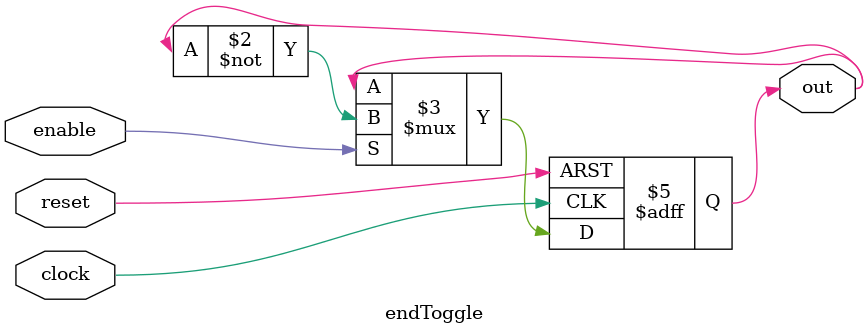
<source format=v>
/* ECE241 FINAL PROJECT - Katelyn Lam (rev.2023-11-26)
	Module to display "End" on 7-segment display. Pulses every 1s.
	Input:
		CLOCK_50 - 50 MHz clock on FPGA
		enable - enOut connected to control module. Displays End when HIGH
		reset - Active HIGH
	Output:
		HEX - 7-segment display used to show "End"
*/
module endDisplay(clock, enable, reset, hexOut2, hex1Out, hex0Out);
	input clock, enable,reset;
	output reg [6:0] hex0Out, hex1Out, hexOut2;
	wire oneSecondClock, toggleOut;
	
	oneSCounter #(.CLOCK_FREQUENCY(50000000)) oneSClock(clock,reset,enable,oneSecondClock);
	endToggle blink(oneSecondClock,reset,enable,toggleOut); //turns on and off the "End" every second
	
	always@(posedge clock)
	begin
		if(reset)
		begin
			hex0Out <= 7'b1111111;
			hex1Out <= 7'b1111111;
			hexOut2 <= 7'b1111111;
		end
		else if(!enable)
		begin
			hex0Out <= 7'b1111111;
			hex1Out <= 7'b1111111;
			hexOut2 <= 7'b1111111;
		end
		else 
		begin
			if(!toggleOut)
			begin
				hex0Out <= 7'b1111111;
				hex1Out <= 7'b1111111;
				hexOut2 <= 7'b1111111;
			end
			
			else
			begin
				hex0Out <= 7'b0100001;
				hex1Out <= 7'b0101011;
				//hexOut2 <= 7'b0000110;                                                                                                                                                                     h000110;
			end
		end
	end
endmodule

module endToggle(clock, reset, enable, out);
	input clock, reset, enable;
	output reg out;
	
	always@(posedge clock, posedge reset)
	begin
		if(reset)
			out <= 1'b0;
		else
		begin
			if(enable)
				out <= ~out;
		end
	end
endmodule
</source>
